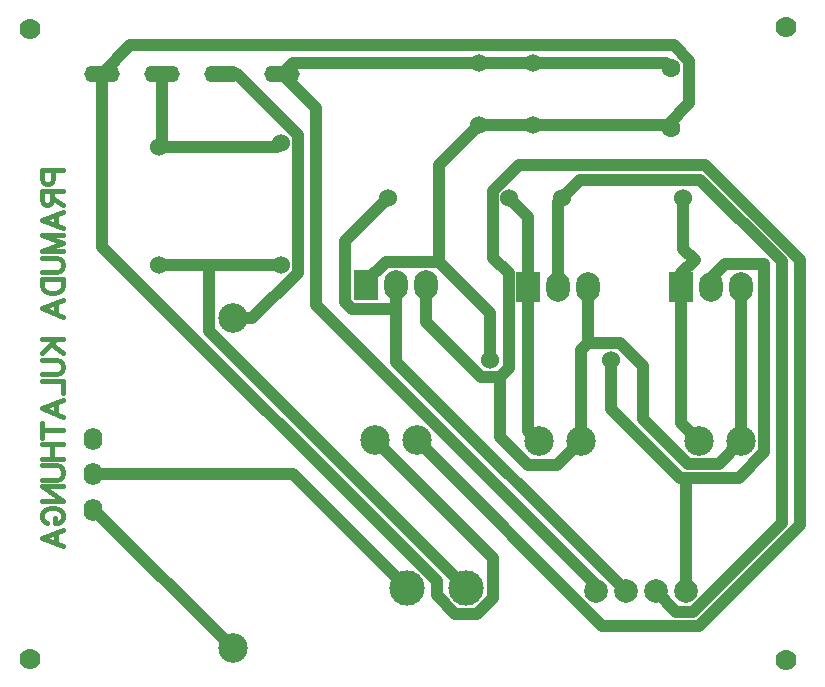
<source format=gbl>
G04 Layer: BottomLayer*
G04 EasyEDA v6.5.40, 2024-07-05 22:39:17*
G04 43834020c9354f6683a6c21c991938a3,10*
G04 Gerber Generator version 0.2*
G04 Scale: 100 percent, Rotated: No, Reflected: No *
G04 Dimensions in inches *
G04 leading zeros omitted , absolute positions ,3 integer and 6 decimal *
%FSLAX36Y36*%
%MOIN*%

%AMMACRO1*21,1,$1,$2,0,0,$3*%
%ADD10C,0.0150*%
%ADD11C,0.0400*%
%ADD12C,0.0600*%
%ADD13C,0.0630*%
%ADD14C,0.1181*%
%ADD15O,0.11810999999999999X0.055119999999999995*%
%ADD16MACRO1,0.0788X0.0984X0.0000*%
%ADD17O,0.07873999999999999X0.098425*%
%ADD18C,0.0984*%
%ADD19O,0.06299199999999999X0.074803*%
%ADD20C,0.0787*%
%ADD21C,0.0700*%
%ADD22C,0.0100*%

%LPD*%
D10*
X479317Y2125000D02*
G01*
X550909Y2125000D01*
X479317Y2125000D02*
G01*
X479317Y2094317D01*
X482726Y2084090D01*
X486136Y2080682D01*
X492955Y2077273D01*
X503182Y2077273D01*
X510000Y2080682D01*
X513409Y2084090D01*
X516817Y2094317D01*
X516817Y2125000D01*
X479317Y2054773D02*
G01*
X550909Y2054773D01*
X479317Y2054773D02*
G01*
X479317Y2024090D01*
X482726Y2013863D01*
X486136Y2010455D01*
X492955Y2007044D01*
X499773Y2007044D01*
X506590Y2010455D01*
X510000Y2013863D01*
X513409Y2024090D01*
X513409Y2054773D01*
X513409Y2030909D02*
G01*
X550909Y2007044D01*
X479317Y1957273D02*
G01*
X550909Y1984544D01*
X479317Y1957273D02*
G01*
X550909Y1930000D01*
X527044Y1974317D02*
G01*
X527044Y1940226D01*
X479317Y1907500D02*
G01*
X550909Y1907500D01*
X479317Y1907500D02*
G01*
X550909Y1880226D01*
X479317Y1852955D02*
G01*
X550909Y1880226D01*
X479317Y1852955D02*
G01*
X550909Y1852955D01*
X479317Y1830455D02*
G01*
X530455Y1830455D01*
X540682Y1827044D01*
X547500Y1820226D01*
X550909Y1810000D01*
X550909Y1803182D01*
X547500Y1792955D01*
X540682Y1786136D01*
X530455Y1782726D01*
X479317Y1782726D01*
X479317Y1760226D02*
G01*
X550909Y1760226D01*
X479317Y1760226D02*
G01*
X479317Y1736363D01*
X482726Y1726136D01*
X489544Y1719317D01*
X496363Y1715909D01*
X506590Y1712500D01*
X523636Y1712500D01*
X533863Y1715909D01*
X540682Y1719317D01*
X547500Y1726136D01*
X550909Y1736363D01*
X550909Y1760226D01*
X479317Y1662726D02*
G01*
X550909Y1690000D01*
X479317Y1662726D02*
G01*
X550909Y1635455D01*
X527044Y1679773D02*
G01*
X527044Y1645682D01*
X479317Y1560455D02*
G01*
X550909Y1560455D01*
X479317Y1512726D02*
G01*
X527044Y1560455D01*
X510000Y1543409D02*
G01*
X550909Y1512726D01*
X479317Y1490226D02*
G01*
X530455Y1490226D01*
X540682Y1486817D01*
X547500Y1480000D01*
X550909Y1469773D01*
X550909Y1462955D01*
X547500Y1452726D01*
X540682Y1445909D01*
X530455Y1442500D01*
X479317Y1442500D01*
X479317Y1420000D02*
G01*
X550909Y1420000D01*
X550909Y1420000D02*
G01*
X550909Y1379090D01*
X479317Y1329317D02*
G01*
X550909Y1356590D01*
X479317Y1329317D02*
G01*
X550909Y1302044D01*
X527044Y1346363D02*
G01*
X527044Y1312273D01*
X479317Y1255682D02*
G01*
X550909Y1255682D01*
X479317Y1279544D02*
G01*
X479317Y1231817D01*
X479317Y1209317D02*
G01*
X550909Y1209317D01*
X479317Y1161590D02*
G01*
X550909Y1161590D01*
X513409Y1209317D02*
G01*
X513409Y1161590D01*
X479317Y1139090D02*
G01*
X530455Y1139090D01*
X540682Y1135682D01*
X547500Y1128863D01*
X550909Y1118636D01*
X550909Y1111817D01*
X547500Y1101590D01*
X540682Y1094773D01*
X530455Y1091363D01*
X479317Y1091363D01*
X479317Y1068863D02*
G01*
X550909Y1068863D01*
X479317Y1068863D02*
G01*
X550909Y1021136D01*
X479317Y1021136D02*
G01*
X550909Y1021136D01*
X496363Y947500D02*
G01*
X489544Y950909D01*
X482726Y957726D01*
X479317Y964544D01*
X479317Y978182D01*
X482726Y985000D01*
X489544Y991817D01*
X496363Y995226D01*
X506590Y998636D01*
X523636Y998636D01*
X533863Y995226D01*
X540682Y991817D01*
X547500Y985000D01*
X550909Y978182D01*
X550909Y964544D01*
X547500Y957726D01*
X540682Y950909D01*
X533863Y947500D01*
X523636Y947500D01*
X523636Y964544D02*
G01*
X523636Y947500D01*
X479317Y897726D02*
G01*
X550909Y925000D01*
X479317Y897726D02*
G01*
X550909Y870455D01*
X527044Y914773D02*
G01*
X527044Y880682D01*
D11*
X2005699Y1433899D02*
G01*
X2034499Y1462800D01*
X2034499Y1779200D01*
X1981700Y1832100D01*
X1981700Y2053200D01*
X2069499Y2141100D01*
X2688999Y2141100D01*
X3005000Y1825100D01*
X3005000Y940100D01*
X2670200Y605300D01*
X2347100Y605300D01*
X1730000Y1222500D01*
X1730000Y1225000D01*
X2525000Y720000D02*
G01*
X2593299Y651700D01*
X2650900Y651700D01*
X2945000Y945799D01*
X2945000Y1819099D01*
X2673199Y2090900D01*
X2273199Y2090900D01*
X2212200Y2030000D01*
X2625000Y1098600D02*
G01*
X2801199Y1098600D01*
X2886300Y1183699D01*
X2886300Y1811100D01*
X2756199Y1811100D01*
X2710000Y1765000D01*
X2710000Y1735000D01*
X1275000Y2212759D02*
G01*
X1264089Y2201849D01*
X870000Y2201849D01*
X880000Y2445000D02*
G01*
X880000Y2211849D01*
X870000Y2201849D01*
X2325000Y720000D02*
G01*
X2325000Y741449D01*
X1393919Y1672530D01*
X1393919Y2331080D01*
X1280000Y2445000D01*
X1935000Y2480000D02*
G01*
X2115000Y2480000D01*
X2115000Y2480000D02*
G01*
X2560000Y2480000D01*
X2575000Y2465000D01*
X1280000Y2445000D02*
G01*
X1315000Y2480000D01*
X1935000Y2480000D01*
X1935000Y2275000D02*
G01*
X2115000Y2275000D01*
X1801319Y1818560D02*
G01*
X1625029Y1818560D01*
X1560000Y1753530D01*
X1560000Y1740000D01*
X1972240Y1490000D02*
G01*
X1972240Y1647640D01*
X1801319Y1818560D01*
X1801319Y1818560D02*
G01*
X1801319Y2141320D01*
X1935000Y2275000D01*
X2565000Y2275000D02*
G01*
X2636000Y2345999D01*
X2636000Y2488209D01*
X2584759Y2539450D01*
X774449Y2539450D01*
X680000Y2445000D01*
X2115000Y2275000D02*
G01*
X2565000Y2275000D01*
X2565000Y2275000D02*
G01*
X2575000Y2265000D01*
X1590000Y1225000D02*
G01*
X1983289Y831709D01*
X1983289Y698060D01*
X1929009Y643780D01*
X1857039Y643780D01*
X1795000Y705819D01*
X1795000Y753009D01*
X680000Y1868009D01*
X680000Y2445000D01*
X2670000Y1220000D02*
G01*
X2610000Y1280000D01*
X2610000Y1735000D01*
X2617759Y2030000D02*
G01*
X2617759Y1861469D01*
X2655000Y1824229D01*
X2610000Y1735000D02*
G01*
X2610000Y1779230D01*
X2655000Y1824230D01*
X2810000Y1220000D02*
G01*
X2810000Y1735000D01*
X2300000Y1548699D02*
G01*
X2300000Y1735000D01*
X2275000Y1220000D02*
G01*
X2275000Y1523699D01*
X2300000Y1548699D01*
X2300000Y1548699D02*
G01*
X2405829Y1548699D01*
X2484319Y1470210D01*
X2484319Y1292950D01*
X2632560Y1144710D01*
X2734709Y1144710D01*
X2810000Y1220000D01*
X2005659Y1433919D02*
G01*
X2005659Y1233060D01*
X2098930Y1139789D01*
X2194790Y1139789D01*
X2275000Y1220000D01*
X1760000Y1740000D02*
G01*
X1760000Y1616810D01*
X1942889Y1433919D01*
X2005659Y1433919D01*
X2135000Y1220000D02*
G01*
X2100000Y1255000D01*
X2100000Y1735000D01*
X2037759Y2030000D02*
G01*
X2100000Y1967759D01*
X2100000Y1735000D01*
X2200000Y1735000D02*
G01*
X2200000Y2017759D01*
X2212240Y2030000D01*
X1632240Y2030000D02*
G01*
X1489210Y1886970D01*
X1489210Y1684239D01*
X1512889Y1660560D01*
X1660000Y1660560D01*
X2425000Y720000D02*
G01*
X1660000Y1485000D01*
X1660000Y1660560D01*
X1660000Y1660560D02*
G01*
X1660000Y1740000D01*
X650000Y991889D02*
G01*
X651930Y991889D01*
X1115000Y528820D01*
X1893400Y730000D02*
G01*
X1035069Y1588330D01*
X1035069Y1807240D01*
X1275000Y1807240D02*
G01*
X1035069Y1807240D01*
X1035069Y1807240D02*
G01*
X870910Y1807240D01*
X870000Y1808150D01*
X650000Y1110000D02*
G01*
X1316599Y1110000D01*
X1696599Y730000D01*
X1115000Y1631179D02*
G01*
X1181099Y1631179D01*
X1331959Y1782040D01*
X1331959Y2241689D01*
X1128649Y2445000D01*
X1080000Y2445000D01*
X2625000Y720000D02*
G01*
X2625000Y1098629D01*
X2625000Y1098629D02*
G01*
X2606549Y1098629D01*
X2377759Y1327420D01*
X2377759Y1490000D01*
D12*
G01*
X870000Y1808150D03*
G01*
X870000Y2201849D03*
D13*
G01*
X2575000Y2465000D03*
G01*
X2575000Y2265000D03*
D14*
G01*
X1696599Y730000D03*
G01*
X1893400Y730000D03*
D15*
G01*
X1080000Y2445000D03*
G01*
X1280000Y2445000D03*
G01*
X880000Y2445000D03*
G01*
X680000Y2445000D03*
D16*
G01*
X2609999Y1735000D03*
D17*
G01*
X2810000Y1735000D03*
G01*
X2710000Y1735000D03*
D16*
G01*
X2099999Y1735000D03*
D17*
G01*
X2300000Y1735000D03*
G01*
X2200000Y1735000D03*
D16*
G01*
X1559999Y1740000D03*
D17*
G01*
X1760000Y1740000D03*
G01*
X1660000Y1740000D03*
D18*
G01*
X1115000Y528820D03*
G01*
X1115000Y1631179D03*
D19*
G01*
X650000Y1228110D03*
G01*
X650000Y1110000D03*
G01*
X650000Y991889D03*
D12*
G01*
X1275000Y1807240D03*
G01*
X1275000Y2212759D03*
G01*
X2037759Y2030000D03*
G01*
X1632240Y2030000D03*
G01*
X2617759Y2030000D03*
G01*
X2212240Y2030000D03*
G01*
X1972240Y1490000D03*
G01*
X2377759Y1490000D03*
G01*
X2115000Y2275000D03*
G01*
X2115000Y2480000D03*
G01*
X1935000Y2275000D03*
G01*
X1935000Y2480000D03*
D18*
G01*
X1590000Y1225000D03*
G01*
X1730000Y1225000D03*
G01*
X2135000Y1220000D03*
G01*
X2275000Y1220000D03*
G01*
X2670000Y1220000D03*
G01*
X2810000Y1220000D03*
D20*
G01*
X2325000Y720000D03*
G01*
X2425000Y720000D03*
G01*
X2525000Y720000D03*
G01*
X2625000Y720000D03*
D21*
G01*
X2960000Y490000D03*
G01*
X2960000Y2600000D03*
G01*
X440000Y2595000D03*
G01*
X440000Y495000D03*
M02*

</source>
